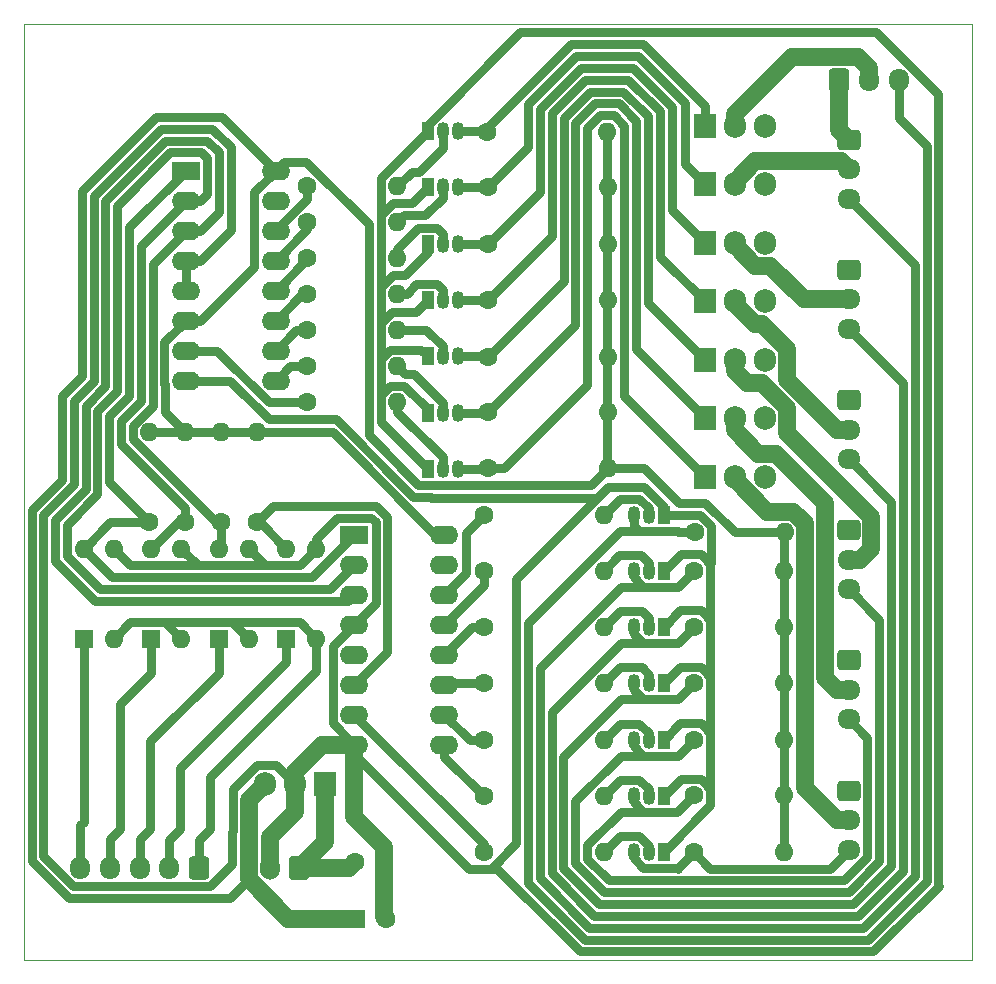
<source format=gbr>
%TF.GenerationSoftware,KiCad,Pcbnew,7.0.10-7.0.10~ubuntu22.04.1*%
%TF.CreationDate,2024-01-10T04:42:18+02:00*%
%TF.ProjectId,PWM_Multiplexer,50574d5f-4d75-46c7-9469-706c65786572,rev?*%
%TF.SameCoordinates,Original*%
%TF.FileFunction,Copper,L1,Top*%
%TF.FilePolarity,Positive*%
%FSLAX46Y46*%
G04 Gerber Fmt 4.6, Leading zero omitted, Abs format (unit mm)*
G04 Created by KiCad (PCBNEW 7.0.10-7.0.10~ubuntu22.04.1) date 2024-01-10 04:42:18*
%MOMM*%
%LPD*%
G01*
G04 APERTURE LIST*
G04 Aperture macros list*
%AMRoundRect*
0 Rectangle with rounded corners*
0 $1 Rounding radius*
0 $2 $3 $4 $5 $6 $7 $8 $9 X,Y pos of 4 corners*
0 Add a 4 corners polygon primitive as box body*
4,1,4,$2,$3,$4,$5,$6,$7,$8,$9,$2,$3,0*
0 Add four circle primitives for the rounded corners*
1,1,$1+$1,$2,$3*
1,1,$1+$1,$4,$5*
1,1,$1+$1,$6,$7*
1,1,$1+$1,$8,$9*
0 Add four rect primitives between the rounded corners*
20,1,$1+$1,$2,$3,$4,$5,0*
20,1,$1+$1,$4,$5,$6,$7,0*
20,1,$1+$1,$6,$7,$8,$9,0*
20,1,$1+$1,$8,$9,$2,$3,0*%
G04 Aperture macros list end*
%TA.AperFunction,ComponentPad*%
%ADD10R,1.600000X1.600000*%
%TD*%
%TA.AperFunction,ComponentPad*%
%ADD11O,1.600000X1.600000*%
%TD*%
%TA.AperFunction,ComponentPad*%
%ADD12RoundRect,0.250000X-0.600000X-0.725000X0.600000X-0.725000X0.600000X0.725000X-0.600000X0.725000X0*%
%TD*%
%TA.AperFunction,ComponentPad*%
%ADD13O,1.700000X1.950000*%
%TD*%
%TA.AperFunction,ComponentPad*%
%ADD14C,1.600000*%
%TD*%
%TA.AperFunction,ComponentPad*%
%ADD15RoundRect,0.250000X-0.725000X0.600000X-0.725000X-0.600000X0.725000X-0.600000X0.725000X0.600000X0*%
%TD*%
%TA.AperFunction,ComponentPad*%
%ADD16O,1.950000X1.700000*%
%TD*%
%TA.AperFunction,ComponentPad*%
%ADD17R,1.050000X1.500000*%
%TD*%
%TA.AperFunction,ComponentPad*%
%ADD18O,1.050000X1.500000*%
%TD*%
%TA.AperFunction,ComponentPad*%
%ADD19RoundRect,0.250000X0.600000X0.750000X-0.600000X0.750000X-0.600000X-0.750000X0.600000X-0.750000X0*%
%TD*%
%TA.AperFunction,ComponentPad*%
%ADD20O,1.700000X2.000000*%
%TD*%
%TA.AperFunction,ComponentPad*%
%ADD21R,1.905000X2.000000*%
%TD*%
%TA.AperFunction,ComponentPad*%
%ADD22O,1.905000X2.000000*%
%TD*%
%TA.AperFunction,ComponentPad*%
%ADD23R,2.400000X1.600000*%
%TD*%
%TA.AperFunction,ComponentPad*%
%ADD24O,2.400000X1.600000*%
%TD*%
%TA.AperFunction,ComponentPad*%
%ADD25RoundRect,0.250000X0.600000X0.725000X-0.600000X0.725000X-0.600000X-0.725000X0.600000X-0.725000X0*%
%TD*%
%TA.AperFunction,Conductor*%
%ADD26C,1.500000*%
%TD*%
%TA.AperFunction,Conductor*%
%ADD27C,0.800000*%
%TD*%
%TA.AperFunction,Profile*%
%ADD28C,0.100000*%
%TD*%
G04 APERTURE END LIST*
D10*
X108979800Y-105040600D03*
D11*
X111519800Y-105040600D03*
X111519800Y-97420600D03*
X108979800Y-97420600D03*
D12*
X155832800Y-57708800D03*
D13*
X158332800Y-57708800D03*
X160832800Y-57708800D03*
D14*
X106496000Y-95179600D03*
D11*
X106496000Y-87559600D03*
D15*
X156616400Y-106872400D03*
D16*
X156616400Y-109372400D03*
X156616400Y-111872400D03*
D15*
X156616400Y-73801600D03*
D16*
X156616400Y-76301600D03*
X156616400Y-78801600D03*
D14*
X126034800Y-76377800D03*
D11*
X136194800Y-76377800D03*
D14*
X143500000Y-104038400D03*
D11*
X151120000Y-104038400D03*
D14*
X97402800Y-95179600D03*
D11*
X97402800Y-87559600D03*
D14*
X125720000Y-123088400D03*
D11*
X135880000Y-123088400D03*
D14*
X110759400Y-72806400D03*
D11*
X118379400Y-72806400D03*
D17*
X120954800Y-90652600D03*
D18*
X122224800Y-90652600D03*
X123494800Y-90652600D03*
D14*
X143500000Y-113588800D03*
D11*
X151120000Y-113588800D03*
D14*
X110759400Y-75854400D03*
D11*
X118379400Y-75854400D03*
D19*
X110114400Y-124416700D03*
D20*
X107614400Y-124416700D03*
D21*
X144424400Y-76454000D03*
D22*
X146964400Y-76454000D03*
X149504400Y-76454000D03*
D21*
X112268000Y-117297200D03*
D22*
X109728000Y-117297200D03*
X107188000Y-117297200D03*
D14*
X125984000Y-62103000D03*
D11*
X136144000Y-62103000D03*
D10*
X97551800Y-105040600D03*
D11*
X100091800Y-105040600D03*
X100091800Y-97420600D03*
X97551800Y-97420600D03*
D17*
X120954800Y-62077600D03*
D18*
X122224800Y-62077600D03*
X123494800Y-62077600D03*
D10*
X114909600Y-128727200D03*
D14*
X117409600Y-128727200D03*
X143560800Y-96012000D03*
D11*
X151180800Y-96012000D03*
D21*
X144424400Y-91313000D03*
D22*
X146964400Y-91313000D03*
X149504400Y-91313000D03*
D14*
X126034800Y-90601800D03*
D11*
X136194800Y-90601800D03*
D14*
X125720000Y-94538800D03*
D11*
X135880000Y-94538800D03*
D14*
X143500000Y-118287800D03*
D11*
X151120000Y-118287800D03*
D21*
X144424400Y-81407000D03*
D22*
X146964400Y-81407000D03*
X149504400Y-81407000D03*
D14*
X100404800Y-95185400D03*
D11*
X100404800Y-87565400D03*
D10*
X91834800Y-105040600D03*
D11*
X94374800Y-105040600D03*
X94374800Y-97420600D03*
X91834800Y-97420600D03*
D17*
X120954800Y-71581600D03*
D18*
X122224800Y-71581600D03*
X123494800Y-71581600D03*
D14*
X125720000Y-108813600D03*
D11*
X135880000Y-108813600D03*
D14*
X125720000Y-99263200D03*
D11*
X135880000Y-99263200D03*
D23*
X114757200Y-96215200D03*
D24*
X114757200Y-98755200D03*
X114757200Y-101295200D03*
X114757200Y-103835200D03*
X114757200Y-106375200D03*
X114757200Y-108915200D03*
X114757200Y-111455200D03*
X114757200Y-113995200D03*
X122377200Y-113995200D03*
X122377200Y-111455200D03*
X122377200Y-108915200D03*
X122377200Y-106375200D03*
X122377200Y-103835200D03*
X122377200Y-101295200D03*
X122377200Y-98755200D03*
X122377200Y-96215200D03*
D14*
X110759400Y-84998400D03*
D11*
X118379400Y-84998400D03*
D14*
X125720000Y-118364000D03*
D11*
X135880000Y-118364000D03*
D14*
X143500000Y-123088400D03*
D11*
X151120000Y-123088400D03*
D14*
X110759400Y-69758400D03*
D11*
X118379400Y-69758400D03*
D14*
X143500000Y-99263200D03*
D11*
X151120000Y-99263200D03*
D14*
X125720000Y-104038400D03*
D11*
X135880000Y-104038400D03*
D21*
X144424400Y-66548000D03*
D22*
X146964400Y-66548000D03*
X149504400Y-66548000D03*
D23*
X100482400Y-65405000D03*
D24*
X100482400Y-67945000D03*
X100482400Y-70485000D03*
X100482400Y-73025000D03*
X100482400Y-75565000D03*
X100482400Y-78105000D03*
X100482400Y-80645000D03*
X100482400Y-83185000D03*
X108102400Y-83185000D03*
X108102400Y-80645000D03*
X108102400Y-78105000D03*
X108102400Y-75565000D03*
X108102400Y-73025000D03*
X108102400Y-70485000D03*
X108102400Y-67945000D03*
X108102400Y-65405000D03*
D14*
X126034800Y-71602600D03*
D11*
X136194800Y-71602600D03*
D14*
X114777200Y-123952000D03*
X117277200Y-123952000D03*
D15*
X156616400Y-95848800D03*
D16*
X156616400Y-98348800D03*
X156616400Y-100848800D03*
D14*
X143500000Y-108813600D03*
D11*
X151120000Y-108813600D03*
D17*
X120954800Y-81127600D03*
D18*
X122224800Y-81127600D03*
X123494800Y-81127600D03*
D14*
X126034800Y-85877400D03*
D11*
X136194800Y-85877400D03*
D14*
X103448000Y-95179600D03*
D11*
X103448000Y-87559600D03*
D14*
X110759400Y-81950400D03*
D11*
X118379400Y-81950400D03*
D21*
X144424400Y-86360000D03*
D22*
X146964400Y-86360000D03*
X149504400Y-86360000D03*
D15*
X156616400Y-117896000D03*
D16*
X156616400Y-120396000D03*
X156616400Y-122896000D03*
D14*
X126034800Y-66827400D03*
D11*
X136194800Y-66827400D03*
D15*
X156616400Y-62778000D03*
D16*
X156616400Y-65278000D03*
X156616400Y-67778000D03*
D17*
X120954800Y-85902800D03*
D18*
X122224800Y-85902800D03*
X123494800Y-85902800D03*
D14*
X126034800Y-81153000D03*
D11*
X136194800Y-81153000D03*
D17*
X120954800Y-66827400D03*
D18*
X122224800Y-66827400D03*
X123494800Y-66827400D03*
D14*
X125720000Y-113588800D03*
D11*
X135880000Y-113588800D03*
D15*
X156616400Y-84825200D03*
D16*
X156616400Y-87325200D03*
X156616400Y-89825200D03*
D14*
X110759400Y-66710400D03*
D11*
X118379400Y-66710400D03*
D25*
X101570800Y-124416700D03*
D13*
X99070800Y-124416700D03*
X96570800Y-124416700D03*
X94070800Y-124416700D03*
X91570800Y-124416700D03*
D10*
X103264800Y-105040600D03*
D11*
X105804800Y-105040600D03*
X105804800Y-97420600D03*
X103264800Y-97420600D03*
D21*
X144424400Y-71501000D03*
D22*
X146964400Y-71501000D03*
X149504400Y-71501000D03*
D17*
X120954800Y-76377800D03*
D18*
X122224800Y-76377800D03*
X123494800Y-76377800D03*
D21*
X144424400Y-61595000D03*
D22*
X146964400Y-61595000D03*
X149504400Y-61595000D03*
D14*
X110759400Y-78902400D03*
D11*
X118379400Y-78902400D03*
D17*
X140960000Y-99283800D03*
D18*
X139690000Y-99283800D03*
X138420000Y-99283800D03*
D17*
X140960000Y-104038000D03*
D18*
X139690000Y-104038000D03*
X138420000Y-104038000D03*
D17*
X140952400Y-123088400D03*
D18*
X139682400Y-123088400D03*
X138412400Y-123088400D03*
D17*
X140960000Y-108809200D03*
D18*
X139690000Y-108809200D03*
X138420000Y-108809200D03*
D17*
X140952400Y-118338600D03*
D18*
X139682400Y-118338600D03*
X138412400Y-118338600D03*
D17*
X140960000Y-113584400D03*
D18*
X139690000Y-113584400D03*
X138420000Y-113584400D03*
D17*
X140960000Y-94534000D03*
D18*
X139690000Y-94534000D03*
X138420000Y-94534000D03*
D26*
X112268000Y-122263100D02*
X110114400Y-124416700D01*
X110114400Y-124416700D02*
X114312500Y-124416700D01*
X114312500Y-124416700D02*
X114777200Y-123952000D01*
X155832800Y-61994400D02*
X156616400Y-62778000D01*
X155832800Y-57708800D02*
X155832800Y-61994400D01*
X112268000Y-117297200D02*
X112268000Y-122263100D01*
D27*
X164207200Y-125903729D02*
X164236400Y-125932929D01*
X142380600Y-97863200D02*
X140960000Y-99283800D01*
X144900000Y-117715014D02*
X144072786Y-116887800D01*
X106547598Y-115698423D02*
X108129223Y-115698423D01*
X144072786Y-97863200D02*
X142380600Y-97863200D01*
D26*
X109728000Y-119733204D02*
X107614400Y-121846804D01*
D27*
X116979400Y-69185614D02*
X118054614Y-68110400D01*
X142403200Y-116887800D02*
X140952400Y-118338600D01*
X104464400Y-117781621D02*
X106547598Y-115698423D01*
X114757200Y-114795200D02*
X124450400Y-124488400D01*
X128422400Y-122358786D02*
X128422400Y-99974400D01*
X142355600Y-112188800D02*
X140960000Y-113584400D01*
X110119800Y-98820600D02*
X111519800Y-97420600D01*
X119938800Y-77393800D02*
X120954800Y-76377800D01*
X100482400Y-75565000D02*
X100482400Y-73025000D01*
D26*
X117277200Y-123952000D02*
X117277200Y-122662000D01*
D27*
X101682400Y-73025000D02*
X104282401Y-70424999D01*
X107492800Y-86410800D02*
X104267000Y-83185000D01*
X117806614Y-80550400D02*
X120377600Y-80550400D01*
X102733227Y-61855599D02*
X98354845Y-61855599D01*
D26*
X107614400Y-121846804D02*
X107614400Y-124416700D01*
D27*
X135102600Y-93294200D02*
X134947200Y-93138800D01*
X102526300Y-125991700D02*
X104376799Y-124141201D01*
X126813516Y-124488400D02*
X126292786Y-124488400D01*
X116979400Y-66053000D02*
X116979400Y-69367400D01*
X152187326Y-53702998D02*
X152187326Y-53656392D01*
X144072786Y-116887800D02*
X142403200Y-116887800D01*
X116979400Y-78765400D02*
X116979400Y-75281614D01*
X100091800Y-97420600D02*
X101491800Y-98820600D01*
X144900000Y-113016014D02*
X144900000Y-108240814D01*
X140960000Y-93844228D02*
X139300995Y-92185223D01*
X116979400Y-75281614D02*
X116979400Y-69367400D01*
D26*
X109728000Y-117297200D02*
X109728000Y-119733204D01*
D27*
X116979400Y-81377614D02*
X116979400Y-78765400D01*
X119766258Y-93001800D02*
X113175258Y-86410800D01*
X112957200Y-105635200D02*
X114757200Y-103835200D01*
X88434798Y-123452343D02*
X90974155Y-125991700D01*
X124450400Y-124488400D02*
X126292786Y-124488400D01*
X144055586Y-94534000D02*
X144983200Y-95461614D01*
X144900000Y-103465614D02*
X144900000Y-98690414D01*
X116557200Y-95166672D02*
X116205728Y-94815200D01*
X119080000Y-74206400D02*
X120954800Y-72331600D01*
X120954800Y-62077600D02*
X120954800Y-61535502D01*
X117760400Y-83598400D02*
X118952186Y-83598400D01*
X164207200Y-58911555D02*
X164207200Y-125903729D01*
D26*
X117277200Y-122662000D02*
X114757200Y-120142000D01*
D27*
X144900000Y-117715014D02*
X144900000Y-113016014D01*
X116979400Y-69367400D02*
X116979400Y-69185614D01*
X108129223Y-115698423D02*
X109728000Y-117297200D01*
X114757200Y-103835200D02*
X116557200Y-102035200D01*
X136211577Y-92185223D02*
X135102600Y-93294200D01*
D26*
X117277200Y-123952000D02*
X117277200Y-128594800D01*
D27*
X144072786Y-112188800D02*
X142355600Y-112188800D01*
X92682399Y-67528045D02*
X92682400Y-83236144D01*
X113175258Y-86410800D02*
X107492800Y-86410800D01*
X117915214Y-77393800D02*
X119938800Y-77393800D01*
X144900000Y-103465614D02*
X144072786Y-102638400D01*
X142359600Y-102638400D02*
X140960000Y-104038000D01*
X140960000Y-94534000D02*
X144055586Y-94534000D01*
X133833116Y-131508000D02*
X126813516Y-124488400D01*
X118952186Y-83598400D02*
X120954800Y-85601014D01*
X91002799Y-91971171D02*
X88434798Y-94539172D01*
X119671800Y-68110400D02*
X120954800Y-66827400D01*
D26*
X114757200Y-120142000D02*
X114757200Y-113995200D01*
D27*
X104282401Y-70424999D02*
X104282400Y-63404772D01*
X120954800Y-90652600D02*
X116979400Y-86677200D01*
X104464400Y-121310400D02*
X104464400Y-117781621D01*
X104282400Y-63404772D02*
X102733227Y-61855599D01*
X158952037Y-53656392D02*
X164207200Y-58911555D01*
X128422400Y-99974400D02*
X135102600Y-93294200D01*
X121180970Y-93001800D02*
X119766258Y-93001800D01*
X144900000Y-98690414D02*
X144072786Y-97863200D01*
X116205728Y-94815200D02*
X113308672Y-94815200D01*
X140960000Y-94534000D02*
X140960000Y-93844228D01*
X104376799Y-124141201D02*
X104376799Y-121398001D01*
X113308672Y-94815200D02*
X111519800Y-96604072D01*
X118054614Y-74206400D02*
X119080000Y-74206400D01*
X158661327Y-131508002D02*
X133833116Y-131508000D01*
X114757200Y-113995200D02*
X114757200Y-114795200D01*
X144983200Y-98607214D02*
X144900000Y-98690414D01*
X144072786Y-102638400D02*
X142359600Y-102638400D01*
X144072786Y-107413600D02*
X142355600Y-107413600D01*
X116979400Y-81377614D02*
X117806614Y-80550400D01*
X112957200Y-112195200D02*
X112957200Y-105635200D01*
X116979400Y-78329614D02*
X117915214Y-77393800D01*
D26*
X117277200Y-128594800D02*
X117409600Y-128727200D01*
D27*
X116557200Y-102035200D02*
X116557200Y-95166672D01*
X116979400Y-86677200D02*
X116979400Y-84379400D01*
D26*
X112033670Y-113995200D02*
X114757200Y-113995200D01*
D27*
X92682400Y-83236144D02*
X91002798Y-84915746D01*
X121317970Y-93138800D02*
X121180970Y-93001800D01*
X120377600Y-80550400D02*
X120954800Y-81127600D01*
X144900000Y-113016014D02*
X144072786Y-112188800D01*
X94374800Y-97420600D02*
X95774800Y-98820600D01*
X116979400Y-75281614D02*
X118054614Y-74206400D01*
X120954800Y-85601014D02*
X120954800Y-85902800D01*
X144900000Y-119140800D02*
X144900000Y-117715014D01*
X116979400Y-78765400D02*
X116979400Y-78329614D01*
X144983200Y-95461614D02*
X144983200Y-98607214D01*
X120954800Y-61535502D02*
X128787304Y-53702998D01*
X120954800Y-62077600D02*
X116979400Y-66053000D01*
X88434798Y-94539172D02*
X88434798Y-123452343D01*
X101491800Y-98820600D02*
X107204800Y-98820600D01*
X98354845Y-61855599D02*
X92682399Y-67528045D01*
X152187326Y-53656392D02*
X158952037Y-53656392D01*
X91002798Y-84915746D02*
X91002799Y-91971171D01*
X111519800Y-96604072D02*
X111519800Y-97420600D01*
X104267000Y-83185000D02*
X100482400Y-83185000D01*
X118054614Y-68110400D02*
X119671800Y-68110400D01*
X134947200Y-93138800D02*
X121317970Y-93138800D01*
X100482400Y-73025000D02*
X101682400Y-73025000D01*
X126292786Y-124488400D02*
X128422400Y-122358786D01*
X164236400Y-125932929D02*
X158661327Y-131508002D01*
X95774800Y-98820600D02*
X101491800Y-98820600D01*
X104376799Y-121398001D02*
X104464400Y-121310400D01*
X90974155Y-125991700D02*
X102526300Y-125991700D01*
X140952400Y-123088400D02*
X144900000Y-119140800D01*
X116979400Y-84379400D02*
X116979400Y-81377614D01*
X139300995Y-92185223D02*
X136211577Y-92185223D01*
X110119800Y-98820600D02*
X107204800Y-98820600D01*
X107204800Y-98820600D02*
X105804800Y-97420600D01*
X114757200Y-113995200D02*
X112957200Y-112195200D01*
X116979400Y-84379400D02*
X117760400Y-83598400D01*
X120954800Y-72331600D02*
X120954800Y-71581600D01*
D26*
X109728000Y-116300870D02*
X112033670Y-113995200D01*
X109728000Y-117297200D02*
X109728000Y-116300870D01*
D27*
X142355600Y-107413600D02*
X140960000Y-108809200D01*
X128787304Y-53702998D02*
X152187326Y-53702998D01*
X144900000Y-108240814D02*
X144900000Y-103465614D01*
X144900000Y-108240814D02*
X144072786Y-107413600D01*
X91834800Y-105040600D02*
X91834800Y-120576400D01*
X91834800Y-120576400D02*
X91570800Y-120840400D01*
X91570800Y-120840400D02*
X91570800Y-124416700D01*
X94925200Y-121126800D02*
X94925200Y-110560800D01*
X94925200Y-110560800D02*
X97551800Y-107934200D01*
X97551800Y-107934200D02*
X97551800Y-105040600D01*
X94070800Y-121981200D02*
X94070800Y-124416700D01*
X94925200Y-121126800D02*
X94070800Y-121981200D01*
X97465200Y-121126800D02*
X97465200Y-113710400D01*
X103264800Y-107910800D02*
X103264800Y-105040600D01*
X97465200Y-113710400D02*
X103264800Y-107910800D01*
X96570800Y-122021200D02*
X96570800Y-124416700D01*
X97465200Y-121126800D02*
X96570800Y-122021200D01*
X100005200Y-121126800D02*
X99070800Y-122061200D01*
X108979800Y-106971000D02*
X108979800Y-105040600D01*
X99070800Y-122061200D02*
X99070800Y-124416700D01*
X100005200Y-115945600D02*
X108979800Y-106971000D01*
X100005200Y-121126800D02*
X100005200Y-115945600D01*
X95774800Y-103640600D02*
X98691800Y-103640600D01*
X101570800Y-122101200D02*
X101570800Y-124416700D01*
X98691800Y-103640600D02*
X100091800Y-105040600D01*
X111519800Y-105040600D02*
X110119800Y-103640600D01*
X102545200Y-121126800D02*
X102545200Y-116758400D01*
X111519800Y-107783800D02*
X111519800Y-105040600D01*
X102545200Y-121126800D02*
X101570800Y-122101200D01*
X102545200Y-116758400D02*
X111519800Y-107783800D01*
X98691800Y-103640600D02*
X104404800Y-103640600D01*
X104404800Y-103640600D02*
X110119800Y-103640600D01*
X94374800Y-105040600D02*
X95774800Y-103640600D01*
X104404800Y-103640600D02*
X105804800Y-105040600D01*
X146947800Y-96012000D02*
X144469799Y-93533999D01*
X151120000Y-123088400D02*
X151120000Y-99263200D01*
X139296600Y-90601800D02*
X136194800Y-90601800D01*
X106496000Y-87559600D02*
X112909844Y-87559600D01*
X97940631Y-60855599D02*
X91682399Y-67113831D01*
X151120000Y-99263200D02*
X151120000Y-96072800D01*
X98682400Y-79905000D02*
X98682400Y-83442400D01*
X106496000Y-87559600D02*
X97402800Y-87559600D01*
X98682400Y-83442400D02*
X98704400Y-83464400D01*
X136194800Y-90601800D02*
X134794800Y-92001800D01*
D26*
X105814400Y-125372400D02*
X109169200Y-128727200D01*
D27*
X134794800Y-92001800D02*
X120180472Y-92001800D01*
X106302400Y-73529600D02*
X101727000Y-78105000D01*
X101727000Y-78105000D02*
X100482400Y-78105000D01*
X98704400Y-83464400D02*
X98704400Y-85865000D01*
D26*
X107188000Y-117297200D02*
X105814400Y-118670800D01*
D27*
X142228800Y-93534000D02*
X139296600Y-90601800D01*
X104195100Y-126991700D02*
X105814400Y-125372400D01*
X115979399Y-87800727D02*
X115979400Y-69957614D01*
X87434798Y-123866557D02*
X90559941Y-126991700D01*
X144469799Y-93533999D02*
X142228800Y-93534000D01*
X98704400Y-85865000D02*
X100404800Y-87565400D01*
X110699185Y-64677399D02*
X108830001Y-64677399D01*
D26*
X105814400Y-118670800D02*
X105814400Y-123139200D01*
D27*
X91682399Y-67113831D02*
X91682400Y-82821930D01*
X112909844Y-87559600D02*
X121565444Y-96215200D01*
D26*
X109169200Y-128727200D02*
X114909600Y-128727200D01*
D27*
X136144000Y-62103000D02*
X136144000Y-90551000D01*
X105376800Y-123576800D02*
X105814400Y-123139200D01*
X100482400Y-78105000D02*
X98682400Y-79905000D01*
X90002799Y-91556957D02*
X87434797Y-94124959D01*
X106302400Y-67205000D02*
X106302400Y-73529600D01*
X103552999Y-60855599D02*
X97940631Y-60855599D01*
X115979400Y-69957614D02*
X110699185Y-64677399D01*
X108102400Y-65405000D02*
X106302400Y-67205000D01*
X151120000Y-96072800D02*
X151180800Y-96012000D01*
X90002798Y-84501532D02*
X90002799Y-91556957D01*
X108102400Y-65405000D02*
X103552999Y-60855599D01*
X91682400Y-82821930D02*
X90002798Y-84501532D01*
X151180800Y-96012000D02*
X146947800Y-96012000D01*
D26*
X105814400Y-123139200D02*
X105814400Y-125372400D01*
D27*
X136144000Y-90551000D02*
X136194800Y-90601800D01*
X108830001Y-64677399D02*
X108102400Y-65405000D01*
X120180472Y-92001800D02*
X115979399Y-87800727D01*
X87434797Y-94124959D02*
X87434798Y-123866557D01*
X121565444Y-96215200D02*
X122377200Y-96215200D01*
X90559941Y-126991700D02*
X104195100Y-126991700D01*
D26*
X158332800Y-56737542D02*
X158332800Y-57708800D01*
X157379058Y-55783800D02*
X158332800Y-56737542D01*
X146964400Y-60598670D02*
X151779270Y-55783800D01*
X146964400Y-61595000D02*
X146964400Y-60598670D01*
X151779270Y-55783800D02*
X157379058Y-55783800D01*
D27*
X137286414Y-95884000D02*
X129457599Y-103712815D01*
X139537600Y-95884000D02*
X137286414Y-95884000D01*
X142232000Y-96012000D02*
X142104000Y-95884000D01*
X160832800Y-60970800D02*
X160832800Y-57708800D01*
X143560800Y-96012000D02*
X142232000Y-96012000D01*
X139537600Y-95884000D02*
X138850800Y-95884000D01*
X158247113Y-130508002D02*
X163207200Y-125547915D01*
X163207200Y-125547915D02*
X163207200Y-63345200D01*
X129457599Y-103712815D02*
X129457599Y-125718269D01*
X134247330Y-130508000D02*
X158247113Y-130508002D01*
X129457599Y-125718269D02*
X134247330Y-130508000D01*
X142104000Y-95884000D02*
X139537600Y-95884000D01*
X138850800Y-95884000D02*
X138420000Y-95453200D01*
X138420000Y-95453200D02*
X138420000Y-94534000D01*
X163207200Y-63345200D02*
X160832800Y-60970800D01*
D26*
X148719024Y-64599223D02*
X146964400Y-66353847D01*
X146964400Y-66353847D02*
X146964400Y-66548000D01*
X155937623Y-64599223D02*
X148719024Y-64599223D01*
X156616400Y-65278000D02*
X155937623Y-64599223D01*
D27*
X138420000Y-99829358D02*
X138420000Y-99283800D01*
X162207200Y-73368800D02*
X156616400Y-67778000D01*
X162207200Y-125133701D02*
X162207200Y-73368800D01*
X130457599Y-125304055D02*
X134661544Y-129508000D01*
X139224442Y-100633800D02*
X137311814Y-100633800D01*
X139224442Y-100633800D02*
X138420000Y-99829358D01*
X142129400Y-100633800D02*
X139224442Y-100633800D01*
X130457599Y-107488015D02*
X130457599Y-125304055D01*
X134661544Y-129508000D02*
X157832901Y-129508000D01*
X137311814Y-100633800D02*
X130457599Y-107488015D01*
X157832901Y-129508000D02*
X162207200Y-125133701D01*
X143500000Y-99263200D02*
X142129400Y-100633800D01*
D26*
X149954577Y-73449777D02*
X148715568Y-73449777D01*
X146964400Y-71698609D02*
X146964400Y-71501000D01*
X152806400Y-76301600D02*
X149954577Y-73449777D01*
X148715568Y-73449777D02*
X146964400Y-71698609D01*
X156616400Y-76301600D02*
X152806400Y-76301600D01*
D27*
X139210800Y-105388000D02*
X138420000Y-104597200D01*
X161207200Y-83392400D02*
X156616400Y-78801600D01*
X131457599Y-111263215D02*
X131457599Y-124889841D01*
X131457599Y-124889841D02*
X135075758Y-128508000D01*
X135075758Y-128508000D02*
X157418687Y-128508000D01*
X139210800Y-105388000D02*
X137332814Y-105388000D01*
X143500000Y-104038400D02*
X142150400Y-105388000D01*
X157418687Y-128508000D02*
X161207200Y-124719487D01*
X138420000Y-104597200D02*
X138420000Y-104038000D01*
X137332814Y-105388000D02*
X131457599Y-111263215D01*
X161207200Y-124719487D02*
X161207200Y-83392400D01*
X142150400Y-105388000D02*
X139210800Y-105388000D01*
D26*
X151406900Y-80508477D02*
X149301200Y-78402777D01*
X148715568Y-78402777D02*
X146964400Y-76651609D01*
X151406900Y-83086958D02*
X151406900Y-80508477D01*
X149301200Y-78402777D02*
X148715568Y-78402777D01*
X146964400Y-76651609D02*
X146964400Y-76454000D01*
X155645142Y-87325200D02*
X151406900Y-83086958D01*
X156616400Y-87325200D02*
X155645142Y-87325200D01*
D27*
X139224442Y-110159200D02*
X137336814Y-110159200D01*
X138420000Y-109354758D02*
X138420000Y-108809200D01*
X137336814Y-110159200D02*
X132457599Y-115038415D01*
X132457599Y-115038415D02*
X132457599Y-124475627D01*
X132457599Y-124475627D02*
X135489972Y-127508000D01*
X142154400Y-110159200D02*
X139224442Y-110159200D01*
X143500000Y-108813600D02*
X142154400Y-110159200D01*
X160207200Y-124305273D02*
X160207200Y-93416000D01*
X160207200Y-93416000D02*
X156616400Y-89825200D01*
X139224442Y-110159200D02*
X138420000Y-109354758D01*
X135489972Y-127508000D02*
X157004473Y-127508000D01*
X157004473Y-127508000D02*
X160207200Y-124305273D01*
D26*
X158541400Y-94736600D02*
X151406900Y-87602100D01*
X158541400Y-97395058D02*
X158541400Y-94736600D01*
X151406900Y-87602100D02*
X151406900Y-85524891D01*
X146964400Y-82403330D02*
X146964400Y-81407000D01*
X149295609Y-83413600D02*
X147974670Y-83413600D01*
X156616400Y-98348800D02*
X157587658Y-98348800D01*
X157587658Y-98348800D02*
X158541400Y-97395058D01*
X147974670Y-83413600D02*
X146964400Y-82403330D01*
X151406900Y-85524891D02*
X149295609Y-83413600D01*
D27*
X133457599Y-118813615D02*
X133457599Y-124061413D01*
X139224442Y-114934400D02*
X137336814Y-114934400D01*
X142154400Y-114934400D02*
X139224442Y-114934400D01*
X156609858Y-126488401D02*
X159207200Y-123891059D01*
X135884586Y-126488400D02*
X156609858Y-126488401D01*
X143500000Y-113588800D02*
X142154400Y-114934400D01*
X159207200Y-123891059D02*
X159207200Y-103439600D01*
X159207200Y-103439600D02*
X156616400Y-100848800D01*
X138420000Y-114129958D02*
X138420000Y-113584400D01*
X137336814Y-114934400D02*
X133457599Y-118813615D01*
X139224442Y-114934400D02*
X138420000Y-114129958D01*
X133457599Y-124061413D02*
X135884586Y-126488400D01*
D26*
X154604003Y-93542403D02*
X154604003Y-94541839D01*
X146964400Y-87356330D02*
X148965270Y-89357200D01*
X148965270Y-89357200D02*
X150418800Y-89357200D01*
X154604003Y-94541839D02*
X154630800Y-94568637D01*
X146964400Y-86360000D02*
X146964400Y-87356330D01*
X154630800Y-94568637D02*
X154630800Y-108358058D01*
X155645142Y-109372400D02*
X156616400Y-109372400D01*
X154630800Y-108358058D02*
X155645142Y-109372400D01*
X150418800Y-89357200D02*
X154604003Y-93542403D01*
D27*
X156195645Y-125488400D02*
X158191400Y-123492645D01*
X134457600Y-123647200D02*
X136298800Y-125488400D01*
X137307014Y-119688600D02*
X134457600Y-122538014D01*
X158191400Y-113447400D02*
X156616400Y-111872400D01*
X158191400Y-123492645D02*
X158191400Y-113447400D01*
X134457600Y-122538014D02*
X134457600Y-123647200D01*
X136298800Y-125488400D02*
X156195645Y-125488400D01*
X142099200Y-119688600D02*
X139216842Y-119688600D01*
X138412400Y-118884158D02*
X138412400Y-118338600D01*
X139216842Y-119688600D02*
X137307014Y-119688600D01*
X143500000Y-118287800D02*
X142099200Y-119688600D01*
X139216842Y-119688600D02*
X138412400Y-118884158D01*
D26*
X155645142Y-120396000D02*
X156616400Y-120396000D01*
X152930800Y-117681658D02*
X155645142Y-120396000D01*
X146964400Y-91510609D02*
X149715791Y-94262000D01*
X152930800Y-95272800D02*
X152930800Y-117681658D01*
X146964400Y-91313000D02*
X146964400Y-91510609D01*
X151920000Y-94262000D02*
X152930800Y-95272800D01*
X149715791Y-94262000D02*
X151920000Y-94262000D01*
D27*
X143500000Y-123088400D02*
X144900000Y-124488400D01*
X138412400Y-123633958D02*
X138412400Y-123088400D01*
X143500000Y-123088400D02*
X142150000Y-124438400D01*
X142150000Y-124438400D02*
X139216842Y-124438400D01*
X155024000Y-124488400D02*
X156616400Y-122896000D01*
X142150000Y-124438400D02*
X142200000Y-124488400D01*
X139216842Y-124438400D02*
X138412400Y-123633958D01*
X144900000Y-124488400D02*
X155024000Y-124488400D01*
X139690000Y-93988442D02*
X139690000Y-94534000D01*
X137233576Y-93185224D02*
X138886782Y-93185224D01*
X135880000Y-94538800D02*
X137233576Y-93185224D01*
X138886782Y-93185224D02*
X139690000Y-93988442D01*
X137208176Y-97935024D02*
X139014824Y-97935024D01*
X139690000Y-98610200D02*
X139690000Y-99283800D01*
X139014824Y-97935024D02*
X139690000Y-98610200D01*
X135880000Y-99263200D02*
X137208176Y-97935024D01*
X139087549Y-102689224D02*
X139690000Y-103291675D01*
X137229176Y-102689224D02*
X139087549Y-102689224D01*
X135880000Y-104038400D02*
X137229176Y-102689224D01*
X139690000Y-103291675D02*
X139690000Y-104038000D01*
X139087549Y-107460424D02*
X139690000Y-108062875D01*
X139690000Y-108062875D02*
X139690000Y-108809200D01*
X137233176Y-107460424D02*
X139087549Y-107460424D01*
X135880000Y-108813600D02*
X137233176Y-107460424D01*
X135880000Y-113588800D02*
X137233176Y-112235624D01*
X139690000Y-113038842D02*
X139690000Y-113584400D01*
X137233176Y-112235624D02*
X138886782Y-112235624D01*
X138886782Y-112235624D02*
X139690000Y-113038842D01*
X139682400Y-117793042D02*
X139682400Y-118338600D01*
X138879182Y-116989824D02*
X139682400Y-117793042D01*
X137254176Y-116989824D02*
X138879182Y-116989824D01*
X135880000Y-118364000D02*
X137254176Y-116989824D01*
X135880000Y-123088400D02*
X137228776Y-121739624D01*
X138879182Y-121739624D02*
X139682400Y-122542842D01*
X139682400Y-122542842D02*
X139682400Y-123088400D01*
X137228776Y-121739624D02*
X138879182Y-121739624D01*
X118379400Y-66710400D02*
X119612400Y-65477400D01*
X119612400Y-65477400D02*
X120222000Y-65477400D01*
X120222000Y-65477400D02*
X122224800Y-63474600D01*
X122224800Y-63474600D02*
X122224800Y-62077600D01*
X125984000Y-62103000D02*
X125984000Y-61804930D01*
X123494800Y-62077600D02*
X125958600Y-62077600D01*
X139202067Y-54702997D02*
X144424400Y-59925330D01*
X144424400Y-59925330D02*
X144424400Y-61595000D01*
X133085932Y-54702998D02*
X139202067Y-54702997D01*
X125958600Y-62077600D02*
X125984000Y-62103000D01*
X125984000Y-61804930D02*
X133085932Y-54702998D01*
X118941529Y-69196271D02*
X120709457Y-69196271D01*
X120709457Y-69196271D02*
X122224800Y-67680928D01*
X122224800Y-67680928D02*
X122224800Y-66827400D01*
X118379400Y-69758400D02*
X118941529Y-69196271D01*
X129467600Y-63394600D02*
X129467600Y-59735544D01*
X133500146Y-55702998D02*
X138787854Y-55702998D01*
X126034800Y-66827400D02*
X129467600Y-63394600D01*
X142748000Y-64871600D02*
X144424400Y-66548000D01*
X142748000Y-59663144D02*
X142748000Y-64871600D01*
X138787854Y-55702998D02*
X142748000Y-59663144D01*
X123494800Y-66827400D02*
X126034800Y-66827400D01*
X129467600Y-59735544D02*
X133500146Y-55702998D01*
X121728328Y-70231600D02*
X120181272Y-70231600D01*
X120181272Y-70231600D02*
X118379400Y-72033472D01*
X122224800Y-70728072D02*
X121728328Y-70231600D01*
X122224800Y-71581600D02*
X122224800Y-70728072D01*
X118379400Y-72033472D02*
X118379400Y-72806400D01*
X133914360Y-56702998D02*
X138373640Y-56702998D01*
X138373640Y-56702998D02*
X141649200Y-59978558D01*
X123494800Y-71581600D02*
X126013800Y-71581600D01*
X130467600Y-67169800D02*
X130467600Y-60149758D01*
X126013800Y-71581600D02*
X126034800Y-71602600D01*
X126034800Y-71602600D02*
X130467600Y-67169800D01*
X141649200Y-68725800D02*
X144424400Y-71501000D01*
X141649200Y-59978558D02*
X141649200Y-68725800D01*
X130467600Y-60149758D02*
X133914360Y-56702998D01*
X120006000Y-75027800D02*
X119179400Y-75854400D01*
X122224800Y-76377800D02*
X122224800Y-75524272D01*
X122224800Y-75524272D02*
X121728328Y-75027800D01*
X121728328Y-75027800D02*
X120006000Y-75027800D01*
X119179400Y-75854400D02*
X118379400Y-75854400D01*
X137959427Y-57702999D02*
X140649200Y-60392772D01*
X131467600Y-70945000D02*
X131467600Y-60563972D01*
X131467600Y-60563972D02*
X134328572Y-57703000D01*
X140649200Y-60392772D02*
X140649200Y-72678800D01*
X140649200Y-72678800D02*
X144424400Y-76454000D01*
X126034800Y-76377800D02*
X131467600Y-70945000D01*
X123494800Y-76377800D02*
X126034800Y-76377800D01*
X134328572Y-57703000D02*
X137959427Y-57702999D01*
X120853128Y-78902400D02*
X118379400Y-78902400D01*
X122224800Y-81127600D02*
X122224800Y-80274072D01*
X122224800Y-80274072D02*
X120853128Y-78902400D01*
X126034800Y-81153000D02*
X132467600Y-74720200D01*
X126009400Y-81127600D02*
X126034800Y-81153000D01*
X137545214Y-58703000D02*
X139649200Y-60806986D01*
X139649200Y-60806986D02*
X139649200Y-76631800D01*
X139649200Y-76631800D02*
X144424400Y-81407000D01*
X132467600Y-60978186D02*
X134742786Y-58703000D01*
X134742786Y-58703000D02*
X137545214Y-58703000D01*
X132467600Y-74720200D02*
X132467600Y-60978186D01*
X123494800Y-81127600D02*
X126009400Y-81127600D01*
X119773928Y-82598400D02*
X119027400Y-82598400D01*
X119027400Y-82598400D02*
X118379400Y-81950400D01*
X122224800Y-85902800D02*
X122224800Y-85049272D01*
X122224800Y-85049272D02*
X119773928Y-82598400D01*
X137131000Y-59703000D02*
X138594800Y-61166800D01*
X144424400Y-86360000D02*
X138594800Y-80530400D01*
X138594800Y-80530400D02*
X138594800Y-61166800D01*
X126034800Y-85877400D02*
X133467600Y-78444600D01*
X133467600Y-61392400D02*
X135157000Y-59703000D01*
X135157000Y-59703000D02*
X137131000Y-59703000D01*
X126009400Y-85902800D02*
X126034800Y-85877400D01*
X123494800Y-85902800D02*
X126009400Y-85902800D01*
X133467600Y-78444600D02*
X133467600Y-61392400D01*
X118379400Y-85798400D02*
X122224800Y-89643800D01*
X118379400Y-84998400D02*
X118379400Y-85798400D01*
X122224800Y-89643800D02*
X122224800Y-90652600D01*
X126034800Y-90601800D02*
X127457200Y-90601800D01*
X135571214Y-60703000D02*
X136716786Y-60703000D01*
X136716786Y-60703000D02*
X137594800Y-61581014D01*
X134467600Y-83591400D02*
X134467600Y-61806614D01*
X127457200Y-90601800D02*
X134467600Y-83591400D01*
X123494800Y-90652600D02*
X125984000Y-90652600D01*
X137594800Y-61581014D02*
X137594800Y-84483400D01*
X134467600Y-61806614D02*
X135571214Y-60703000D01*
X137594800Y-84483400D02*
X144424400Y-91313000D01*
X125984000Y-90652600D02*
X126034800Y-90601800D01*
X111151800Y-99820600D02*
X114757200Y-96215200D01*
X95682400Y-70205000D02*
X95682400Y-84478786D01*
X95682400Y-84478786D02*
X94002800Y-86158386D01*
X94002800Y-86158386D02*
X94002799Y-91779599D01*
X94002799Y-91779599D02*
X97402800Y-95179600D01*
X91834800Y-97420600D02*
X94075800Y-95179600D01*
X94234801Y-99820601D02*
X111151800Y-99820600D01*
X94075800Y-95179600D02*
X97402800Y-95179600D01*
X100482400Y-65405000D02*
X95682400Y-70205000D01*
X91834800Y-97420600D02*
X94234801Y-99820601D01*
X99787000Y-95185400D02*
X97551800Y-97420600D01*
X101682400Y-67945000D02*
X102282400Y-67345000D01*
X96682400Y-84893000D02*
X96682400Y-71745000D01*
X112691800Y-100820600D02*
X114757200Y-98755200D01*
X100404800Y-93948600D02*
X95002799Y-88546599D01*
X94682400Y-84064572D02*
X93002799Y-85744173D01*
X102282400Y-67345000D02*
X102282400Y-64356472D01*
X90434800Y-98004000D02*
X93251401Y-100820601D01*
X101781528Y-63855600D02*
X99183272Y-63855600D01*
X90434800Y-95367598D02*
X90434800Y-98004000D01*
X93002799Y-85744173D02*
X93002799Y-92799599D01*
X100404800Y-95185400D02*
X99787000Y-95185400D01*
X100404800Y-95185400D02*
X100404800Y-93948600D01*
X102282400Y-64356472D02*
X101781528Y-63855600D01*
X99183272Y-63855600D02*
X94682400Y-68356472D01*
X96682400Y-71745000D02*
X100482400Y-67945000D01*
X94682400Y-68356472D02*
X94682400Y-84064572D01*
X93002799Y-92799599D02*
X90434800Y-95367598D01*
X95002800Y-86572600D02*
X96682400Y-84893000D01*
X95002799Y-88546599D02*
X95002800Y-86572600D01*
X93251401Y-100820601D02*
X112691800Y-100820600D01*
X100482400Y-67945000D02*
X101682400Y-67945000D01*
X97682400Y-73285000D02*
X97682400Y-85307214D01*
X101682400Y-70485000D02*
X100482400Y-70485000D01*
X103448000Y-95179600D02*
X103448000Y-97237400D01*
X89434799Y-98418213D02*
X89434799Y-94953385D01*
X102319014Y-62855600D02*
X103282400Y-63818986D01*
X92837186Y-101820600D02*
X89434799Y-98418213D01*
X103282400Y-63818986D02*
X103282400Y-68885000D01*
X103282400Y-68885000D02*
X101682400Y-70485000D01*
X103050014Y-95179600D02*
X103448000Y-95179600D01*
X114231800Y-101820600D02*
X92837186Y-101820600D01*
X97682400Y-85307214D02*
X96002800Y-86986814D01*
X96002800Y-88132386D02*
X103050014Y-95179600D01*
X96002800Y-86986814D02*
X96002800Y-88132386D01*
X92002799Y-92385385D02*
X92002799Y-85329959D01*
X98769059Y-62855599D02*
X102319014Y-62855600D01*
X103448000Y-97237400D02*
X103264800Y-97420600D01*
X100482400Y-70485000D02*
X97682400Y-73285000D01*
X93682400Y-67942258D02*
X98769059Y-62855599D01*
X93682400Y-83650358D02*
X93682400Y-67942258D01*
X92002799Y-85329959D02*
X93682400Y-83650358D01*
X89434799Y-94953385D02*
X92002799Y-92385385D01*
X114757200Y-101295200D02*
X114231800Y-101820600D01*
X117557200Y-106115200D02*
X117557201Y-94752459D01*
X106496000Y-95179600D02*
X106738800Y-95179600D01*
X117557201Y-94752459D02*
X116584342Y-93779600D01*
X114757200Y-108915200D02*
X117557200Y-106115200D01*
X116584342Y-93779600D02*
X107896000Y-93779600D01*
X106738800Y-95179600D02*
X108979800Y-97420600D01*
X107896000Y-93779600D02*
X106496000Y-95179600D01*
X124177200Y-96081600D02*
X125720000Y-94538800D01*
X124177200Y-99495200D02*
X124177200Y-96081600D01*
X122377200Y-101295200D02*
X124177200Y-99495200D01*
X125720000Y-99263200D02*
X125720000Y-100492400D01*
X125720000Y-100492400D02*
X122377200Y-103835200D01*
X124714000Y-104038400D02*
X122377200Y-106375200D01*
X125720000Y-104038400D02*
X124714000Y-104038400D01*
X122478800Y-108813600D02*
X122377200Y-108915200D01*
X125720000Y-108813600D02*
X122478800Y-108813600D01*
X125720000Y-113588800D02*
X124510800Y-113588800D01*
X124510800Y-113588800D02*
X122377200Y-111455200D01*
X122377200Y-113995200D02*
X122377200Y-115021200D01*
X122377200Y-115021200D02*
X125720000Y-118364000D01*
X114757200Y-111455200D02*
X125720000Y-122418000D01*
X125720000Y-122418000D02*
X125720000Y-123088400D01*
X110759400Y-67785614D02*
X108102400Y-70442614D01*
X108102400Y-70442614D02*
X108102400Y-70485000D01*
X110759400Y-66710400D02*
X110759400Y-67785614D01*
X110759400Y-70368000D02*
X108102400Y-73025000D01*
X110759400Y-69758400D02*
X110759400Y-70368000D01*
X110759400Y-72908000D02*
X108102400Y-75565000D01*
X110759400Y-72806400D02*
X110759400Y-72908000D01*
X110353000Y-75854400D02*
X108102400Y-78105000D01*
X110759400Y-75854400D02*
X110353000Y-75854400D01*
X110759400Y-78902400D02*
X109845000Y-78902400D01*
X109845000Y-78902400D02*
X108102400Y-80645000D01*
X109337000Y-81950400D02*
X108102400Y-83185000D01*
X110759400Y-81950400D02*
X109337000Y-81950400D01*
X107494614Y-84998400D02*
X103141214Y-80645000D01*
X110759400Y-84998400D02*
X107494614Y-84998400D01*
X103141214Y-80645000D02*
X100482400Y-80645000D01*
D28*
X154330400Y-132232400D02*
X86817200Y-132232400D01*
X167030400Y-115011200D02*
X167030400Y-132232400D01*
X167030400Y-115011200D02*
X167081200Y-52984400D01*
X86817200Y-96723200D02*
X86817200Y-52984400D01*
X167081200Y-52984400D02*
X167081200Y-52984400D01*
X139192000Y-52984400D02*
X167081200Y-52984400D01*
X139192000Y-52984400D02*
X86817200Y-52984400D01*
X86817200Y-96723200D02*
X86817200Y-132232400D01*
X154330400Y-132232400D02*
X167030400Y-132232400D01*
M02*

</source>
